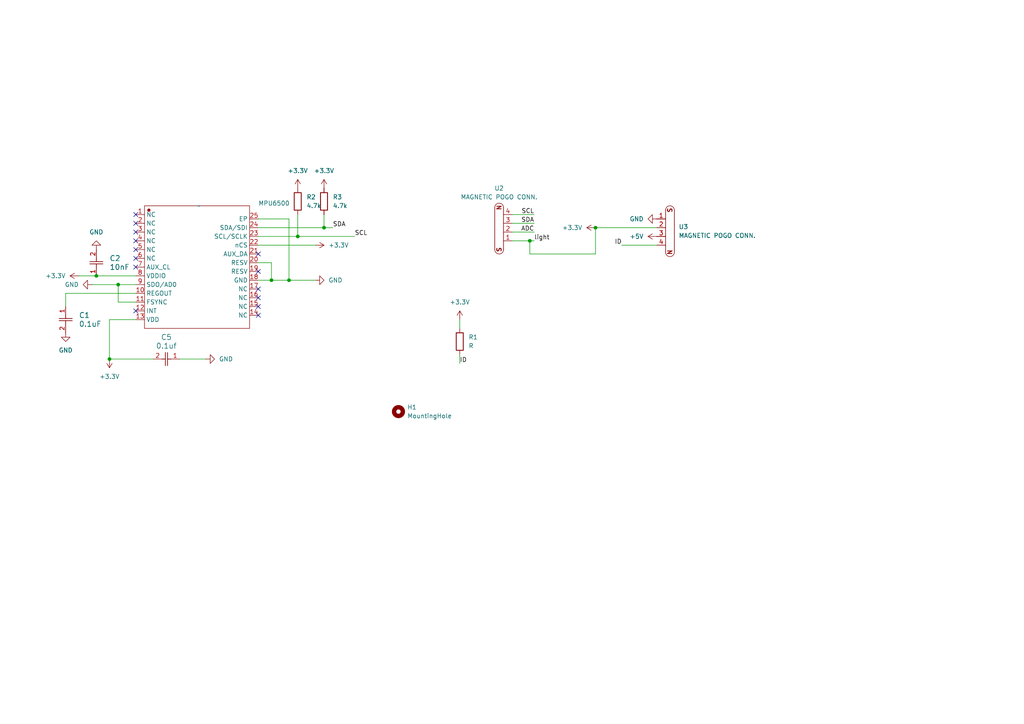
<source format=kicad_sch>
(kicad_sch (version 20250114) (generator "eeschema") (generator_version "9.0")
  (paper "A4")
  (lib_symbols
    (symbol "2026-01-23_05-30-51:C0603C104K5RACTU" (pin_names (offset 0.254))
      (property "Reference" "C" (at 3.81 3.81 0))
      (property "Value" "C0603C104K5RACTU" (at 3.81 -3.81 0))
      (symbol "C0603C104K5RACTU_1_1"
        (polyline (pts (xy 2.54 0) (xy 3.4798 0)) (stroke (width 0.2032)))
        (polyline (pts (xy 3.4798 -1.905) (xy 3.4798 1.905)) (stroke (width 0.2032)))
        (polyline (pts (xy 4.1148 0) (xy 5.08 0)) (stroke (width 0.2032)))
        (polyline (pts (xy 4.1148 -1.905) (xy 4.1148 1.905)) (stroke (width 0.2032)))
        (pin unspecified line (at 0 0 0) (length 2.54) (name "") (number "1"))
        (pin unspecified line (at 7.62 0 180) (length 2.54) (name "") (number "2"))
      )
      (symbol "C0603C104K5RACTU_1_2"
        (polyline (pts (xy -1.905 -3.4798) (xy 1.905 -3.4798)) (stroke (width 0.2032)))
        (polyline (pts (xy -1.905 -4.1148) (xy 1.905 -4.1148)) (stroke (width 0.2032)))
        (polyline (pts (xy 0 -2.54) (xy 0 -3.4798)) (stroke (width 0.2032)))
        (polyline (pts (xy 0 -4.1148) (xy 0 -5.08)) (stroke (width 0.2032)))
        (pin unspecified line (at 0 0 270) (length 2.54) (name "") (number "1"))
        (pin unspecified line (at 0 -7.62 90) (length 2.54) (name "") (number "2"))
      )
    )
    (symbol "Device:R" (pin_numbers (hide yes)) (pin_names (offset 0))
      (property "Reference" "R" (at 2.032 0 90))
      (property "Value" "R" (at 0 0 90))
      (symbol "R_0_1"
        (rectangle (start -1.016 -2.54) (end 1.016 2.54) (stroke (width 0.254)))
      )
      (symbol "R_1_1"
        (pin passive line (at 0 3.81 270) (length 1.27) (name "~") (number "1"))
        (pin passive line (at 0 -3.81 90) (length 1.27) (name "~") (number "2"))
      )
    )
    (symbol "Mechanical:MountingHole" (pin_names (offset 1.016)) (in_bom no)
      (property "Reference" "H" (at 0 5.08 0))
      (property "Value" "MountingHole" (at 0 3.175 0))
      (symbol "MountingHole_0_1"
        (circle (center 0 0) (radius 1.27) (stroke (width 1.27)))
      )
    )
    (symbol "magnetic_pogo_conn.:MAGNETIC_POGO_CONN."
      (property "Reference" "U" (at 0.508 4.826 0))
      (property "Value" "MAGNETIC POGO CONN." (at 0.508 2.54 0))
      (symbol "MAGNETIC_POGO_CONN._1_1"
        (rectangle (start -5.08 1.2954) (end 7.112 1.27) (fill (type background)))
        (arc (start -5.08 -1.27) (mid -6.35 0) (end -5.08 1.27))
        (rectangle (start -5.08 -1.2446) (end 7.112 -1.27) (fill (type background)))
        (arc (start 7.112 1.27) (mid 8.382 0) (end 7.112 -1.27))
        (text "S" (at -5.08 0 0) (effects (font (size 1.27 1.27) (thickness 0.254) (bold yes))))
        (text "N" (at 7.112 0 0) (effects (font (size 1.27 1.27) (thickness 0.254) (bold yes))))
        (pin bidirectional line (at -2.54 -3.81 90) (length 2.54) (name "") (number "1"))
        (pin bidirectional line (at 0 -3.81 90) (length 2.54) (name "") (number "2"))
        (pin bidirectional line (at 2.54 -3.81 90) (length 2.54) (name "") (number "3"))
        (pin bidirectional line (at 5.08 -3.81 90) (length 2.54) (name "") (number "4"))
      )
    )
    (symbol "mm-altium-import:root_0_MPU6500_"
      (symbol "root_0_MPU6500__1_0"
        (rectangle (start -15.24 17.78) (end 15.24 -17.78) (stroke (width 0) (color 136 0 0 1)))
        (circle (center -13.97 16.51) (radius 0.381) (stroke (width 0) (color 136 0 0 1)) (fill (type outline)))
        (pin passive line (at -17.78 15.24 0) (length 2.54) (name "NC") (number "1"))
        (pin passive line (at -17.78 12.7 0) (length 2.54) (name "NC") (number "2"))
        (pin passive line (at -17.78 10.16 0) (length 2.54) (name "NC") (number "3"))
        (pin passive line (at -17.78 7.62 0) (length 2.54) (name "NC") (number "4"))
        (pin passive line (at -17.78 5.08 0) (length 2.54) (name "NC") (number "5"))
        (pin passive line (at -17.78 2.54 0) (length 2.54) (name "NC") (number "6"))
        (pin passive line (at -17.78 0 0) (length 2.54) (name "AUX_CL") (number "7"))
        (pin passive line (at -17.78 -2.54 0) (length 2.54) (name "VDDIO") (number "8"))
        (pin passive line (at -17.78 -5.08 0) (length 2.54) (name "SDO/AD0") (number "9"))
        (pin passive line (at -17.78 -7.62 0) (length 2.54) (name "REGOUT") (number "10"))
        (pin passive line (at -17.78 -10.16 0) (length 2.54) (name "FSYNC") (number "11"))
        (pin passive line (at -17.78 -12.7 0) (length 2.54) (name "INT") (number "12"))
        (pin passive line (at -17.78 -15.24 0) (length 2.54) (name "VDD") (number "13"))
        (pin passive line (at 17.78 13.97 180) (length 2.54) (name "EP") (number "25"))
        (pin passive line (at 17.78 11.43 180) (length 2.54) (name "SDA/SDI") (number "24"))
        (pin passive line (at 17.78 8.89 180) (length 2.54) (name "SCL/SCLK") (number "23"))
        (pin passive line (at 17.78 6.35 180) (length 2.54) (name "nCS") (number "22"))
        (pin passive line (at 17.78 3.81 180) (length 2.54) (name "AUX_DA") (number "21"))
        (pin passive line (at 17.78 1.27 180) (length 2.54) (name "RESV") (number "20"))
        (pin passive line (at 17.78 -1.27 180) (length 2.54) (name "RESV") (number "19"))
        (pin passive line (at 17.78 -3.81 180) (length 2.54) (name "GND") (number "18"))
        (pin passive line (at 17.78 -6.35 180) (length 2.54) (name "NC") (number "17"))
        (pin passive line (at 17.78 -8.89 180) (length 2.54) (name "NC") (number "16"))
        (pin passive line (at 17.78 -11.43 180) (length 2.54) (name "NC") (number "15"))
        (pin passive line (at 17.78 -13.97 180) (length 2.54) (name "NC") (number "14"))
      )
    )
    (symbol "power:+3.3V" (power) (pin_numbers (hide yes)) (pin_names (offset 0) (hide yes))
      (property "Value" "+3.3V" (at 0 3.556 0))
      (symbol "+3.3V_0_1"
        (polyline (pts (xy -0.762 1.27) (xy 0 2.54)))
        (polyline (pts (xy 0 2.54) (xy 0.762 1.27)))
        (polyline (pts (xy 0 0) (xy 0 2.54)))
      )
      (symbol "+3.3V_1_1"
        (pin power_in line (at 0 0 90) (length 0) (name "~") (number "1"))
      )
    )
    (symbol "power:+5V" (power) (pin_numbers (hide yes)) (pin_names (offset 0) (hide yes))
      (property "Value" "+5V" (at 0 3.556 0))
      (symbol "+5V_0_1"
        (polyline (pts (xy -0.762 1.27) (xy 0 2.54)))
        (polyline (pts (xy 0 2.54) (xy 0.762 1.27)))
        (polyline (pts (xy 0 0) (xy 0 2.54)))
      )
      (symbol "+5V_1_1"
        (pin power_in line (at 0 0 90) (length 0) (name "~") (number "1"))
      )
    )
    (symbol "power:GND" (power) (pin_numbers (hide yes)) (pin_names (offset 0) (hide yes))
      (property "Value" "GND" (at 0 -3.81 0))
      (symbol "GND_0_1"
        (polyline (pts (xy 0 0) (xy 0 -1.27) (xy 1.27 -1.27) (xy 0 -2.54) (xy -1.27 -1.27) (xy 0 -1.27)))
      )
      (symbol "GND_1_1"
        (pin power_in line (at 0 0 270) (length 0) (name "~") (number "1"))
      )
    )
  )
  (junction (at 31.75 104.14))
  (junction (at 34.29 82.55))
  (junction (at 27.94 80.01))
  (junction (at 86.36 68.58))
  (junction (at 93.98 66.04))
  (junction (at 83.82 81.28))
  (junction (at 78.74 81.28))
  (junction (at 153.67 69.85))
  (junction (at 172.72 66.04))
  (no_connect (at 74.93 91.44))
  (no_connect (at 39.37 74.93))
  (no_connect (at 39.37 62.23))
  (no_connect (at 39.37 90.17))
  (no_connect (at 74.93 88.9))
  (no_connect (at 74.93 83.82))
  (no_connect (at 39.37 77.47))
  (no_connect (at 74.93 73.66))
  (no_connect (at 39.37 67.31))
  (no_connect (at 74.93 78.74))
  (no_connect (at 39.37 64.77))
  (no_connect (at 39.37 69.85))
  (no_connect (at 74.93 86.36))
  (no_connect (at 39.37 72.39))
  (wire (pts (xy 86.36 62.23) (xy 86.36 68.58)))
  (wire (pts (xy 27.94 80.01) (xy 39.37 80.01)))
  (wire (pts (xy 74.93 81.28) (xy 78.74 81.28)))
  (wire (pts (xy 91.44 81.28) (xy 83.82 81.28)))
  (wire (pts (xy 31.75 92.71) (xy 31.75 104.14)))
  (wire (pts (xy 93.98 66.04) (xy 96.52 66.04)))
  (wire (pts (xy 154.94 67.31) (xy 148.59 67.31)))
  (wire (pts (xy 172.72 73.66) (xy 153.67 73.66)))
  (wire (pts (xy 86.36 68.58) (xy 102.87 68.58)))
  (wire (pts (xy 34.29 87.63) (xy 34.29 82.55)))
  (wire (pts (xy 74.93 63.5) (xy 83.82 63.5)))
  (wire (pts (xy 39.37 87.63) (xy 34.29 87.63)))
  (wire (pts (xy 34.29 82.55) (xy 39.37 82.55)))
  (wire (pts (xy 78.74 81.28) (xy 83.82 81.28)))
  (wire (pts (xy 154.94 64.77) (xy 148.59 64.77)))
  (wire (pts (xy 74.93 71.12) (xy 91.44 71.12)))
  (wire (pts (xy 153.67 73.66) (xy 153.67 69.85)))
  (wire (pts (xy 31.75 104.14) (xy 44.45 104.14)))
  (wire (pts (xy 26.67 82.55) (xy 34.29 82.55)))
  (wire (pts (xy 39.37 85.09) (xy 19.05 85.09)))
  (wire (pts (xy 39.37 92.71) (xy 31.75 92.71)))
  (wire (pts (xy 74.93 68.58) (xy 86.36 68.58)))
  (wire (pts (xy 148.59 69.85) (xy 153.67 69.85)))
  (wire (pts (xy 83.82 63.5) (xy 83.82 81.28)))
  (wire (pts (xy 180.34 71.12) (xy 190.5 71.12)))
  (wire (pts (xy 74.93 76.2) (xy 78.74 76.2)))
  (wire (pts (xy 133.35 105.41) (xy 133.35 102.87)))
  (wire (pts (xy 172.72 66.04) (xy 172.72 73.66)))
  (wire (pts (xy 133.35 92.71) (xy 133.35 95.25)))
  (wire (pts (xy 93.98 62.23) (xy 93.98 66.04)))
  (wire (pts (xy 154.94 62.23) (xy 148.59 62.23)))
  (wire (pts (xy 74.93 66.04) (xy 93.98 66.04)))
  (wire (pts (xy 172.72 66.04) (xy 190.5 66.04)))
  (wire (pts (xy 78.74 76.2) (xy 78.74 81.28)))
  (wire (pts (xy 153.67 69.85) (xy 154.94 69.85)))
  (wire (pts (xy 52.07 104.14) (xy 59.69 104.14)))
  (wire (pts (xy 19.05 85.09) (xy 19.05 88.9)))
  (wire (pts (xy 22.86 80.01) (xy 27.94 80.01)))
  (label "SCL" (at 154.94 62.23 180))
  (label "ADC" (at 154.94 67.31 180))
  (label "light" (at 154.94 69.85 0))
  (label "SDA" (at 154.94 64.77 180))
  (label "ID" (at 133.35 105.41 0))
  (label "ID" (at 180.34 71.12 180))
  (label "SDA" (at 96.52 66.04 0))
  (label "SCL" (at 102.87 68.58 0))
  (symbol (lib_id "power:+3.3V") (at 86.36 54.61 0) (unit 1)
    (property "Reference" "#PWR08" (effects (hide yes)))
    (property "Value" "+3.3V" (at 86.36 49.53 0))
    (property "Description" "Power symbol creates a global label with name \"+3.3V\"" (effects (hide yes)))
  )
  (symbol (lib_id "Device:R") (at 133.35 99.06 0) (unit 1)
    (property "Reference" "R1" (at 135.89 97.7899 0) (effects (justify left)))
    (property "Value" "R" (at 135.89 100.3299 0) (effects (justify left)))
    (property "Footprint" "Resistor_SMD:R_0805_2012Metric" (effects (hide yes)))
    (property "Description" "Resistor" (effects (hide yes)))
  )
  (symbol (lib_id "Mechanical:MountingHole") (at 115.57 119.38 0) (unit 1) (in_bom no)
    (property "Reference" "H1" (at 118.11 118.1099 0) (effects (justify left)))
    (property "Value" "MountingHole" (at 118.11 120.6499 0) (effects (justify left)))
    (property "Footprint" "MountingHole:MountingHole_2.7mm_M2.5_Pad" (effects (hide yes)))
    (property "Description" "Mounting Hole without connection" (effects (hide yes)))
  )
  (symbol (lib_id "power:GND") (at 27.94 72.39 180) (unit 1)
    (property "Reference" "#PWR013" (effects (hide yes)))
    (property "Value" "GND" (at 27.94 67.31 0))
    (property "Description" "Power symbol creates a global label with name \"GND\" , ground" (effects (hide yes)))
  )
  (symbol (lib_id "2026-01-23_05-30-51:C0603C104K5RACTU") (at 19.05 88.9 270) (unit 1)
    (property "Reference" "C1" (at 22.86 91.4399 90) (effects (font (size 1.524 1.524)) (justify left)))
    (property "Value" "0.1uF" (at 22.86 93.9799 90) (effects (font (size 1.524 1.524)) (justify left)))
    (property "Footprint" "Capacitor_SMD:C_0805_2012Metric" (effects (hide yes)))
    (property "Datasheet" "https://content.kemet.com/datasheets/KEM_C1002_X7R_SMD.pdf" (effects (hide yes)))
  )
  (symbol (lib_id "power:+3.3V") (at 91.44 71.12 270) (unit 1)
    (property "Reference" "#PWR05" (effects (hide yes)))
    (property "Value" "+3.3V" (at 95.25 71.1199 90) (effects (justify left)))
    (property "Description" "Power symbol creates a global label with name \"+3.3V\"" (effects (hide yes)))
  )
  (symbol (lib_id "power:GND") (at 19.05 96.52 0) (unit 1)
    (property "Reference" "#PWR011" (effects (hide yes)))
    (property "Value" "GND" (at 19.05 101.6 0))
    (property "Description" "Power symbol creates a global label with name \"GND\" , ground" (effects (hide yes)))
  )
  (symbol (lib_id "power:+3.3V") (at 22.86 80.01 90) (unit 1)
    (property "Reference" "#PWR012" (effects (hide yes)))
    (property "Value" "+3.3V" (at 19.05 80.0099 90) (effects (justify left)))
    (property "Description" "Power symbol creates a global label with name \"+3.3V\"" (effects (hide yes)))
  )
  (symbol (lib_id "magnetic_pogo_conn.:MAGNETIC_POGO_CONN.") (at 194.31 66.04 270) (unit 1)
    (property "Reference" "U3" (at 196.85 65.7859 90) (effects (justify left)))
    (property "Value" "MAGNETIC POGO CONN." (at 196.85 68.3259 90) (effects (justify left)))
    (property "Footprint" "batteryholder:MAGNETIC POGO CONN." (effects (hide yes)))
  )
  (symbol (lib_id "2026-01-23_05-30-51:C0603C104K5RACTU") (at 52.07 104.14 180) (unit 1)
    (property "Reference" "C5" (at 48.26 97.79 0) (effects (font (size 1.524 1.524))))
    (property "Value" "0.1uf" (at 48.26 100.33 0) (effects (font (size 1.524 1.524))))
    (property "Footprint" "Capacitor_SMD:C_0805_2012Metric" (effects (hide yes)))
    (property "Datasheet" "https://content.kemet.com/datasheets/KEM_C1002_X7R_SMD.pdf" (effects (hide yes)))
  )
  (symbol (lib_id "magnetic_pogo_conn.:MAGNETIC_POGO_CONN.") (at 144.78 67.31 90) (unit 1)
    (property "Reference" "U2" (at 144.7673 54.61 90))
    (property "Value" "MAGNETIC POGO CONN." (at 144.7673 57.15 90))
    (property "Footprint" "batteryholder:MAGNETIC POGO CONN." (effects (hide yes)))
  )
  (symbol (lib_id "power:GND") (at 190.5 63.5 270) (unit 1)
    (property "Reference" "#PWR010" (effects (hide yes)))
    (property "Value" "GND" (at 186.69 63.4999 90) (effects (justify right)))
    (property "Description" "Power symbol creates a global label with name \"GND\" , ground" (effects (hide yes)))
  )
  (symbol (lib_id "power:GND") (at 91.44 81.28 90) (unit 1)
    (property "Reference" "#PWR03" (effects (hide yes)))
    (property "Value" "GND" (at 95.25 81.2799 90) (effects (justify right)))
    (property "Description" "Power symbol creates a global label with name \"GND\" , ground" (effects (hide yes)))
  )
  (symbol (lib_id "Device:R") (at 93.98 58.42 0) (unit 1)
    (property "Reference" "R3" (at 96.52 57.1499 0) (effects (justify left)))
    (property "Value" "4.7k" (at 96.52 59.6899 0) (effects (justify left)))
    (property "Footprint" "Resistor_SMD:R_0805_2012Metric" (effects (hide yes)))
    (property "Description" "Resistor" (effects (hide yes)))
  )
  (symbol (lib_id "2026-01-23_05-30-51:C0603C104K5RACTU") (at 27.94 80.01 90) (unit 1)
    (property "Reference" "C2" (at 31.75 74.9299 90) (effects (font (size 1.524 1.524)) (justify right)))
    (property "Value" "10nF" (at 31.75 77.4699 90) (effects (font (size 1.524 1.524)) (justify right)))
    (property "Footprint" "Capacitor_SMD:C_0805_2012Metric" (effects (hide yes)))
    (property "Datasheet" "https://content.kemet.com/datasheets/KEM_C1002_X7R_SMD.pdf" (effects (hide yes)))
  )
  (symbol (lib_id "power:+3.3V") (at 31.75 104.14 180) (unit 1)
    (property "Reference" "#PWR01" (effects (hide yes)))
    (property "Value" "+3.3V" (at 31.75 109.22 0))
    (property "Description" "Power symbol creates a global label with name \"+3.3V\"" (effects (hide yes)))
  )
  (symbol (lib_id "power:GND") (at 59.69 104.14 90) (unit 1)
    (property "Reference" "#PWR04" (effects (hide yes)))
    (property "Value" "GND" (at 63.5 104.1399 90) (effects (justify right)))
    (property "Description" "Power symbol creates a global label with name \"GND\" , ground" (effects (hide yes)))
  )
  (symbol (lib_id "power:+3.3V") (at 172.72 66.04 90) (unit 1)
    (property "Reference" "#PWR07" (effects (hide yes)))
    (property "Value" "+3.3V" (at 168.91 66.0399 90) (effects (justify left)))
    (property "Description" "Power symbol creates a global label with name \"+3.3V\"" (effects (hide yes)))
  )
  (symbol (lib_id "power:GND") (at 26.67 82.55 270) (unit 1)
    (property "Reference" "#PWR06" (effects (hide yes)))
    (property "Value" "GND" (at 22.86 82.5499 90) (effects (justify right)))
    (property "Description" "Power symbol creates a global label with name \"GND\" , ground" (effects (hide yes)))
  )
  (symbol (lib_id "Device:R") (at 86.36 58.42 0) (unit 1)
    (property "Reference" "R2" (at 88.9 57.1499 0) (effects (justify left)))
    (property "Value" "4.7k" (at 88.9 59.6899 0) (effects (justify left)))
    (property "Footprint" "Resistor_SMD:R_0805_2012Metric" (effects (hide yes)))
    (property "Description" "Resistor" (effects (hide yes)))
  )
  (symbol (lib_id "power:+3.3V") (at 133.35 92.71 0) (unit 1)
    (property "Reference" "#PWR02" (effects (hide yes)))
    (property "Value" "+3.3V" (at 133.35 87.63 0))
    (property "Description" "Power symbol creates a global label with name \"+3.3V\"" (effects (hide yes)))
  )
  (symbol (lib_id "power:+3.3V") (at 93.98 54.61 0) (unit 1)
    (property "Reference" "#PWR09" (effects (hide yes)))
    (property "Value" "+3.3V" (at 93.98 49.53 0))
    (property "Description" "Power symbol creates a global label with name \"+3.3V\"" (effects (hide yes)))
  )
  (symbol (lib_id "power:+5V") (at 190.5 68.58 90) (unit 1)
    (property "Reference" "#PWR0101" (effects (hide yes)))
    (property "Value" "+5V" (at 186.69 68.5799 90) (effects (justify left)))
    (property "Description" "Power symbol creates a global label with name \"+5V\"" (effects (hide yes)))
  )
  (symbol (lib_id "mm-altium-import:root_0_MPU6500_") (at 57.15 77.47 0) (unit 1)
    (property "Reference" "MPU6500" (at 74.93 59.69 0) (effects (justify left bottom)))
    (property "Value" "~" (at 57.15 59.69 0) (effects (justify left)))
    (property "Footprint" "batteryholder:mpu6500" (effects (hide yes)))
  )
)
</source>
